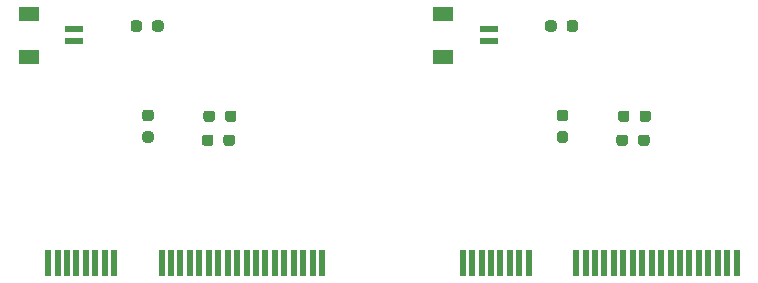
<source format=gbr>
%TF.GenerationSoftware,KiCad,Pcbnew,(5.1.9)-1*%
%TF.CreationDate,2021-06-29T00:03:32+02:00*%
%TF.ProjectId,mPCIE_to_CAN,6d504349-455f-4746-9f5f-43414e2e6b69,rev?*%
%TF.SameCoordinates,Original*%
%TF.FileFunction,Paste,Bot*%
%TF.FilePolarity,Positive*%
%FSLAX46Y46*%
G04 Gerber Fmt 4.6, Leading zero omitted, Abs format (unit mm)*
G04 Created by KiCad (PCBNEW (5.1.9)-1) date 2021-06-29 00:03:32*
%MOMM*%
%LPD*%
G01*
G04 APERTURE LIST*
%ADD10R,1.550000X0.600000*%
%ADD11R,1.800000X1.200000*%
%ADD12R,0.600000X2.300000*%
G04 APERTURE END LIST*
%TO.C,R3*%
G36*
G01*
X218122500Y-69539800D02*
X218597500Y-69539800D01*
G75*
G02*
X218835000Y-69777300I0J-237500D01*
G01*
X218835000Y-70277300D01*
G75*
G02*
X218597500Y-70514800I-237500J0D01*
G01*
X218122500Y-70514800D01*
G75*
G02*
X217885000Y-70277300I0J237500D01*
G01*
X217885000Y-69777300D01*
G75*
G02*
X218122500Y-69539800I237500J0D01*
G01*
G37*
G36*
G01*
X218122500Y-71364800D02*
X218597500Y-71364800D01*
G75*
G02*
X218835000Y-71602300I0J-237500D01*
G01*
X218835000Y-72102300D01*
G75*
G02*
X218597500Y-72339800I-237500J0D01*
G01*
X218122500Y-72339800D01*
G75*
G02*
X217885000Y-72102300I0J237500D01*
G01*
X217885000Y-71602300D01*
G75*
G02*
X218122500Y-71364800I237500J0D01*
G01*
G37*
%TD*%
D10*
%TO.C,J2*%
X212137000Y-63751600D03*
X212137000Y-62751600D03*
D11*
X208262000Y-61451600D03*
X208262000Y-65051600D03*
%TD*%
%TO.C,R2*%
G36*
G01*
X225729000Y-71896100D02*
X225729000Y-72371100D01*
G75*
G02*
X225491500Y-72608600I-237500J0D01*
G01*
X224991500Y-72608600D01*
G75*
G02*
X224754000Y-72371100I0J237500D01*
G01*
X224754000Y-71896100D01*
G75*
G02*
X224991500Y-71658600I237500J0D01*
G01*
X225491500Y-71658600D01*
G75*
G02*
X225729000Y-71896100I0J-237500D01*
G01*
G37*
G36*
G01*
X223904000Y-71896100D02*
X223904000Y-72371100D01*
G75*
G02*
X223666500Y-72608600I-237500J0D01*
G01*
X223166500Y-72608600D01*
G75*
G02*
X222929000Y-72371100I0J237500D01*
G01*
X222929000Y-71896100D01*
G75*
G02*
X223166500Y-71658600I237500J0D01*
G01*
X223666500Y-71658600D01*
G75*
G02*
X223904000Y-71896100I0J-237500D01*
G01*
G37*
%TD*%
%TO.C,R4*%
G36*
G01*
X219683800Y-62218700D02*
X219683800Y-62693700D01*
G75*
G02*
X219446300Y-62931200I-237500J0D01*
G01*
X218946300Y-62931200D01*
G75*
G02*
X218708800Y-62693700I0J237500D01*
G01*
X218708800Y-62218700D01*
G75*
G02*
X218946300Y-61981200I237500J0D01*
G01*
X219446300Y-61981200D01*
G75*
G02*
X219683800Y-62218700I0J-237500D01*
G01*
G37*
G36*
G01*
X217858800Y-62218700D02*
X217858800Y-62693700D01*
G75*
G02*
X217621300Y-62931200I-237500J0D01*
G01*
X217121300Y-62931200D01*
G75*
G02*
X216883800Y-62693700I0J237500D01*
G01*
X216883800Y-62218700D01*
G75*
G02*
X217121300Y-61981200I237500J0D01*
G01*
X217621300Y-61981200D01*
G75*
G02*
X217858800Y-62218700I0J-237500D01*
G01*
G37*
%TD*%
%TO.C,R1*%
G36*
G01*
X225856000Y-69864100D02*
X225856000Y-70339100D01*
G75*
G02*
X225618500Y-70576600I-237500J0D01*
G01*
X225118500Y-70576600D01*
G75*
G02*
X224881000Y-70339100I0J237500D01*
G01*
X224881000Y-69864100D01*
G75*
G02*
X225118500Y-69626600I237500J0D01*
G01*
X225618500Y-69626600D01*
G75*
G02*
X225856000Y-69864100I0J-237500D01*
G01*
G37*
G36*
G01*
X224031000Y-69864100D02*
X224031000Y-70339100D01*
G75*
G02*
X223793500Y-70576600I-237500J0D01*
G01*
X223293500Y-70576600D01*
G75*
G02*
X223056000Y-70339100I0J237500D01*
G01*
X223056000Y-69864100D01*
G75*
G02*
X223293500Y-69626600I237500J0D01*
G01*
X223793500Y-69626600D01*
G75*
G02*
X224031000Y-69864100I0J-237500D01*
G01*
G37*
%TD*%
D12*
%TO.C,J1*%
X215509000Y-82493800D03*
X219509000Y-82493800D03*
X214709000Y-82493800D03*
X213909000Y-82493800D03*
X213109000Y-82493800D03*
X212309000Y-82493800D03*
X211509000Y-82493800D03*
X210709000Y-82493800D03*
X209909000Y-82493800D03*
X220309000Y-82493800D03*
X221109000Y-82493800D03*
X221909000Y-82493800D03*
X222709000Y-82493800D03*
X223509000Y-82493800D03*
X224309000Y-82493800D03*
X225109000Y-82493800D03*
X225909000Y-82493800D03*
X226709000Y-82493800D03*
X227509000Y-82493800D03*
X228309000Y-82493800D03*
X229109000Y-82493800D03*
X229909000Y-82493800D03*
X230709000Y-82493800D03*
X231509000Y-82493800D03*
X232309000Y-82493800D03*
X233109000Y-82493800D03*
%TD*%
%TO.C,R4*%
G36*
G01*
X182759800Y-62221100D02*
X182759800Y-62696100D01*
G75*
G02*
X182522300Y-62933600I-237500J0D01*
G01*
X182022300Y-62933600D01*
G75*
G02*
X181784800Y-62696100I0J237500D01*
G01*
X181784800Y-62221100D01*
G75*
G02*
X182022300Y-61983600I237500J0D01*
G01*
X182522300Y-61983600D01*
G75*
G02*
X182759800Y-62221100I0J-237500D01*
G01*
G37*
G36*
G01*
X184584800Y-62221100D02*
X184584800Y-62696100D01*
G75*
G02*
X184347300Y-62933600I-237500J0D01*
G01*
X183847300Y-62933600D01*
G75*
G02*
X183609800Y-62696100I0J237500D01*
G01*
X183609800Y-62221100D01*
G75*
G02*
X183847300Y-61983600I237500J0D01*
G01*
X184347300Y-61983600D01*
G75*
G02*
X184584800Y-62221100I0J-237500D01*
G01*
G37*
%TD*%
%TO.C,R3*%
G36*
G01*
X183023500Y-71367200D02*
X183498500Y-71367200D01*
G75*
G02*
X183736000Y-71604700I0J-237500D01*
G01*
X183736000Y-72104700D01*
G75*
G02*
X183498500Y-72342200I-237500J0D01*
G01*
X183023500Y-72342200D01*
G75*
G02*
X182786000Y-72104700I0J237500D01*
G01*
X182786000Y-71604700D01*
G75*
G02*
X183023500Y-71367200I237500J0D01*
G01*
G37*
G36*
G01*
X183023500Y-69542200D02*
X183498500Y-69542200D01*
G75*
G02*
X183736000Y-69779700I0J-237500D01*
G01*
X183736000Y-70279700D01*
G75*
G02*
X183498500Y-70517200I-237500J0D01*
G01*
X183023500Y-70517200D01*
G75*
G02*
X182786000Y-70279700I0J237500D01*
G01*
X182786000Y-69779700D01*
G75*
G02*
X183023500Y-69542200I237500J0D01*
G01*
G37*
%TD*%
D11*
%TO.C,J2*%
X173163000Y-65054000D03*
X173163000Y-61454000D03*
D10*
X177038000Y-62754000D03*
X177038000Y-63754000D03*
%TD*%
%TO.C,R2*%
G36*
G01*
X188805000Y-71898500D02*
X188805000Y-72373500D01*
G75*
G02*
X188567500Y-72611000I-237500J0D01*
G01*
X188067500Y-72611000D01*
G75*
G02*
X187830000Y-72373500I0J237500D01*
G01*
X187830000Y-71898500D01*
G75*
G02*
X188067500Y-71661000I237500J0D01*
G01*
X188567500Y-71661000D01*
G75*
G02*
X188805000Y-71898500I0J-237500D01*
G01*
G37*
G36*
G01*
X190630000Y-71898500D02*
X190630000Y-72373500D01*
G75*
G02*
X190392500Y-72611000I-237500J0D01*
G01*
X189892500Y-72611000D01*
G75*
G02*
X189655000Y-72373500I0J237500D01*
G01*
X189655000Y-71898500D01*
G75*
G02*
X189892500Y-71661000I237500J0D01*
G01*
X190392500Y-71661000D01*
G75*
G02*
X190630000Y-71898500I0J-237500D01*
G01*
G37*
%TD*%
%TO.C,R1*%
G36*
G01*
X188932000Y-69866500D02*
X188932000Y-70341500D01*
G75*
G02*
X188694500Y-70579000I-237500J0D01*
G01*
X188194500Y-70579000D01*
G75*
G02*
X187957000Y-70341500I0J237500D01*
G01*
X187957000Y-69866500D01*
G75*
G02*
X188194500Y-69629000I237500J0D01*
G01*
X188694500Y-69629000D01*
G75*
G02*
X188932000Y-69866500I0J-237500D01*
G01*
G37*
G36*
G01*
X190757000Y-69866500D02*
X190757000Y-70341500D01*
G75*
G02*
X190519500Y-70579000I-237500J0D01*
G01*
X190019500Y-70579000D01*
G75*
G02*
X189782000Y-70341500I0J237500D01*
G01*
X189782000Y-69866500D01*
G75*
G02*
X190019500Y-69629000I237500J0D01*
G01*
X190519500Y-69629000D01*
G75*
G02*
X190757000Y-69866500I0J-237500D01*
G01*
G37*
%TD*%
D12*
%TO.C,J1*%
X198010000Y-82496200D03*
X197210000Y-82496200D03*
X196410000Y-82496200D03*
X195610000Y-82496200D03*
X194810000Y-82496200D03*
X194010000Y-82496200D03*
X193210000Y-82496200D03*
X192410000Y-82496200D03*
X191610000Y-82496200D03*
X190810000Y-82496200D03*
X190010000Y-82496200D03*
X189210000Y-82496200D03*
X188410000Y-82496200D03*
X187610000Y-82496200D03*
X186810000Y-82496200D03*
X186010000Y-82496200D03*
X185210000Y-82496200D03*
X174810000Y-82496200D03*
X175610000Y-82496200D03*
X176410000Y-82496200D03*
X177210000Y-82496200D03*
X178010000Y-82496200D03*
X178810000Y-82496200D03*
X179610000Y-82496200D03*
X184410000Y-82496200D03*
X180410000Y-82496200D03*
%TD*%
M02*

</source>
